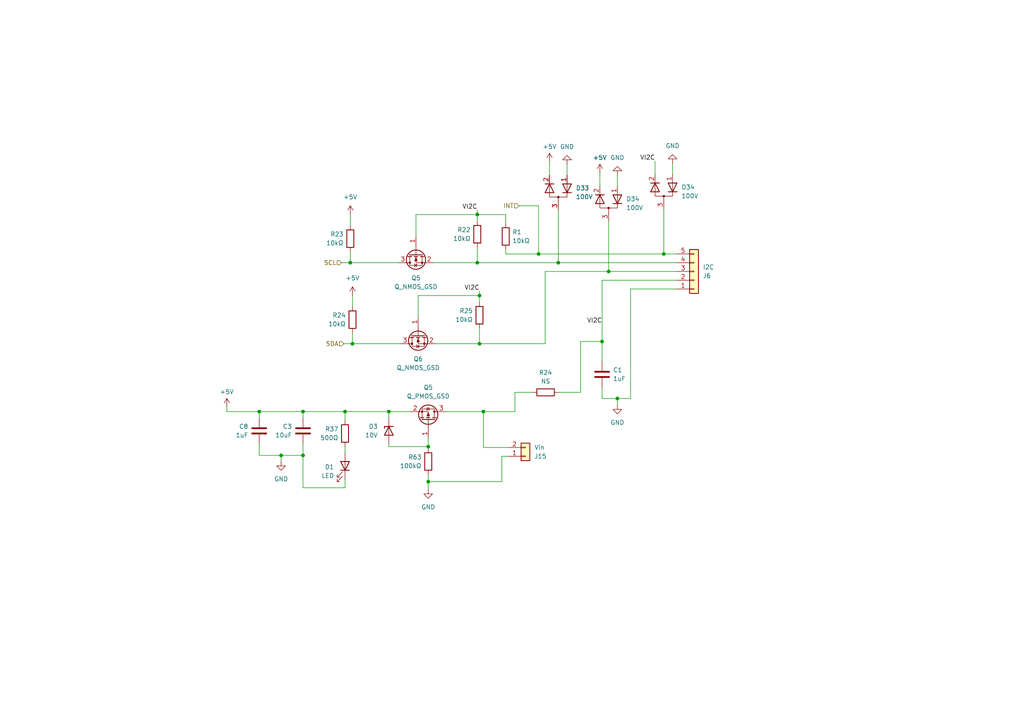
<source format=kicad_sch>
(kicad_sch (version 20230121) (generator eeschema)
  (paper "A4")
  (lib_symbols
    (symbol "Connector_Generic:Conn_01x02" (pin_names (offset 1.016) hide)
      (property "Reference" "J" (at 0 2.54 0))
      (property "Value" "Conn_01x02" (at 0 -5.08 0))
      (symbol "Conn_01x02_1_1"
        (rectangle (start -1.27 -2.413) (end 0 -2.667) (stroke (width 0.1524)))
        (rectangle (start -1.27 0.127) (end 0 -0.127) (stroke (width 0.1524)))
        (rectangle (start -1.27 1.27) (end 1.27 -3.81) (stroke (width 0.254)) (fill (type background)))
        (pin passive line (at -5.08 0 0) (length 3.81) (name "Pin_1") (number "1"))
        (pin passive line (at -5.08 -2.54 0) (length 3.81) (name "Pin_2") (number "2"))
      )
    )
    (symbol "Connector_Generic:Conn_01x05" (pin_names (offset 1.016) hide)
      (property "Reference" "J" (at 0 7.62 0))
      (property "Value" "Conn_01x05" (at 0 -7.62 0))
      (symbol "Conn_01x05_1_1"
        (rectangle (start -1.27 -4.953) (end 0 -5.207) (stroke (width 0.1524)))
        (rectangle (start -1.27 -2.413) (end 0 -2.667) (stroke (width 0.1524)))
        (rectangle (start -1.27 0.127) (end 0 -0.127) (stroke (width 0.1524)))
        (rectangle (start -1.27 2.667) (end 0 2.413) (stroke (width 0.1524)))
        (rectangle (start -1.27 5.207) (end 0 4.953) (stroke (width 0.1524)))
        (rectangle (start -1.27 6.35) (end 1.27 -6.35) (stroke (width 0.254)) (fill (type background)))
        (pin passive line (at -5.08 5.08 0) (length 3.81) (name "Pin_1") (number "1"))
        (pin passive line (at -5.08 2.54 0) (length 3.81) (name "Pin_2") (number "2"))
        (pin passive line (at -5.08 0 0) (length 3.81) (name "Pin_3") (number "3"))
        (pin passive line (at -5.08 -2.54 0) (length 3.81) (name "Pin_4") (number "4"))
        (pin passive line (at -5.08 -5.08 0) (length 3.81) (name "Pin_5") (number "5"))
      )
    )
    (symbol "Device:C" (pin_numbers hide) (pin_names (offset 0.254))
      (property "Reference" "C" (at 0.635 2.54 0))
      (property "Value" "C" (at 0.635 -2.54 0))
      (symbol "C_0_1"
        (polyline (pts (xy -2.032 -0.762) (xy 2.032 -0.762)) (stroke (width 0.508)))
        (polyline (pts (xy -2.032 0.762) (xy 2.032 0.762)) (stroke (width 0.508)))
      )
      (symbol "C_1_1"
        (pin passive line (at 0 3.81 270) (length 2.794) (name "~") (number "1"))
        (pin passive line (at 0 -3.81 90) (length 2.794) (name "~") (number "2"))
      )
    )
    (symbol "Device:D_Dual_Series_AKC_Parallel" (pin_names (offset 0.762) hide)
      (property "Reference" "D" (at 0 5.08 0))
      (property "Value" "D_Dual_Series_AKC_Parallel" (at 0 -5.08 0))
      (symbol "D_Dual_Series_AKC_Parallel_0_0"
        (polyline (pts (xy 0 -1.27) (xy 0 -3.81)) (stroke (width 0.254)))
        (polyline (pts (xy 2.54 3.81) (xy 2.54 1.27)) (stroke (width 0.254)))
      )
      (symbol "D_Dual_Series_AKC_Parallel_0_1"
        (circle (center -1.27 0) (radius 0.254) (fill (type outline)))
        (polyline (pts (xy -1.27 0) (xy -2.54 0)))
        (polyline (pts (xy 2.54 2.54) (xy -1.27 2.54) (xy -1.27 -2.54) (xy 2.54 -2.54)))
        (polyline (pts (xy 0 3.81) (xy 2.54 2.54) (xy 0 1.27) (xy 0 3.81) (xy 0 3.81) (xy 0 3.81)) (stroke (width 0.254)))
        (polyline (pts (xy 2.54 -1.27) (xy 0 -2.54) (xy 2.54 -3.81) (xy 2.54 -1.27) (xy 2.54 -1.27) (xy 2.54 -1.27)) (stroke (width 0.254)))
        (pin passive line (at 5.08 -2.54 180) (length 2.54) (name "K") (number "1"))
        (pin passive line (at 5.08 2.54 180) (length 2.54) (name "K") (number "2"))
        (pin passive line (at -5.08 0 0) (length 2.54) (name "A") (number "3"))
      )
    )
    (symbol "Device:D_Zener" (pin_numbers hide) (pin_names (offset 1.016) hide)
      (property "Reference" "D" (at 0 2.54 0))
      (property "Value" "D_Zener" (at 0 -2.54 0))
      (symbol "D_Zener_0_1"
        (polyline (pts (xy 1.27 0) (xy -1.27 0)))
        (polyline (pts (xy -1.27 -1.27) (xy -1.27 1.27) (xy -0.762 1.27)) (stroke (width 0.254)))
        (polyline (pts (xy 1.27 -1.27) (xy 1.27 1.27) (xy -1.27 0) (xy 1.27 -1.27)) (stroke (width 0.254)))
      )
      (symbol "D_Zener_1_1"
        (pin passive line (at -3.81 0 0) (length 2.54) (name "K") (number "1"))
        (pin passive line (at 3.81 0 180) (length 2.54) (name "A") (number "2"))
      )
    )
    (symbol "Device:LED" (pin_numbers hide) (pin_names (offset 1.016) hide)
      (property "Reference" "D" (at 0 2.54 0))
      (property "Value" "LED" (at 0 -2.54 0))
      (symbol "LED_0_1"
        (polyline (pts (xy -1.27 -1.27) (xy -1.27 1.27)) (stroke (width 0.254)))
        (polyline (pts (xy -1.27 0) (xy 1.27 0)))
        (polyline (pts (xy 1.27 -1.27) (xy 1.27 1.27) (xy -1.27 0) (xy 1.27 -1.27)) (stroke (width 0.254)))
        (polyline (pts (xy -3.048 -0.762) (xy -4.572 -2.286) (xy -3.81 -2.286) (xy -4.572 -2.286) (xy -4.572 -1.524)))
        (polyline (pts (xy -1.778 -0.762) (xy -3.302 -2.286) (xy -2.54 -2.286) (xy -3.302 -2.286) (xy -3.302 -1.524)))
      )
      (symbol "LED_1_1"
        (pin passive line (at -3.81 0 0) (length 2.54) (name "K") (number "1"))
        (pin passive line (at 3.81 0 180) (length 2.54) (name "A") (number "2"))
      )
    )
    (symbol "Device:Q_NMOS_GSD" (pin_names (offset 0) hide)
      (property "Reference" "Q" (at 5.08 1.27 0))
      (property "Value" "Q_NMOS_GSD" (at 5.08 -1.27 0))
      (symbol "Q_NMOS_GSD_0_1"
        (polyline (pts (xy 0.254 0) (xy -2.54 0)))
        (polyline (pts (xy 0.254 1.905) (xy 0.254 -1.905)) (stroke (width 0.254)))
        (polyline (pts (xy 0.762 -1.27) (xy 0.762 -2.286)) (stroke (width 0.254)))
        (polyline (pts (xy 0.762 0.508) (xy 0.762 -0.508)) (stroke (width 0.254)))
        (polyline (pts (xy 0.762 2.286) (xy 0.762 1.27)) (stroke (width 0.254)))
        (polyline (pts (xy 2.54 2.54) (xy 2.54 1.778)))
        (polyline (pts (xy 2.54 -2.54) (xy 2.54 0) (xy 0.762 0)))
        (polyline (pts (xy 0.762 -1.778) (xy 3.302 -1.778) (xy 3.302 1.778) (xy 0.762 1.778)))
        (polyline (pts (xy 1.016 0) (xy 2.032 0.381) (xy 2.032 -0.381) (xy 1.016 0)) (fill (type outline)))
        (polyline (pts (xy 2.794 0.508) (xy 2.921 0.381) (xy 3.683 0.381) (xy 3.81 0.254)))
        (polyline (pts (xy 3.302 0.381) (xy 2.921 -0.254) (xy 3.683 -0.254) (xy 3.302 0.381)))
        (circle (center 1.651 0) (radius 2.794) (stroke (width 0.254)))
        (circle (center 2.54 -1.778) (radius 0.254) (fill (type outline)))
        (circle (center 2.54 1.778) (radius 0.254) (fill (type outline)))
      )
      (symbol "Q_NMOS_GSD_1_1"
        (pin input line (at -5.08 0 0) (length 2.54) (name "G") (number "1"))
        (pin passive line (at 2.54 -5.08 90) (length 2.54) (name "S") (number "2"))
        (pin passive line (at 2.54 5.08 270) (length 2.54) (name "D") (number "3"))
      )
    )
    (symbol "Device:Q_PMOS_GSD" (pin_names (offset 0) hide)
      (property "Reference" "Q" (at 5.08 1.27 0))
      (property "Value" "Q_PMOS_GSD" (at 5.08 -1.27 0))
      (symbol "Q_PMOS_GSD_0_1"
        (polyline (pts (xy 0.254 0) (xy -2.54 0)))
        (polyline (pts (xy 0.254 1.905) (xy 0.254 -1.905)) (stroke (width 0.254)))
        (polyline (pts (xy 0.762 -1.27) (xy 0.762 -2.286)) (stroke (width 0.254)))
        (polyline (pts (xy 0.762 0.508) (xy 0.762 -0.508)) (stroke (width 0.254)))
        (polyline (pts (xy 0.762 2.286) (xy 0.762 1.27)) (stroke (width 0.254)))
        (polyline (pts (xy 2.54 2.54) (xy 2.54 1.778)))
        (polyline (pts (xy 2.54 -2.54) (xy 2.54 0) (xy 0.762 0)))
        (polyline (pts (xy 0.762 1.778) (xy 3.302 1.778) (xy 3.302 -1.778) (xy 0.762 -1.778)))
        (polyline (pts (xy 2.286 0) (xy 1.27 0.381) (xy 1.27 -0.381) (xy 2.286 0)) (fill (type outline)))
        (polyline (pts (xy 2.794 -0.508) (xy 2.921 -0.381) (xy 3.683 -0.381) (xy 3.81 -0.254)))
        (polyline (pts (xy 3.302 -0.381) (xy 2.921 0.254) (xy 3.683 0.254) (xy 3.302 -0.381)))
        (circle (center 1.651 0) (radius 2.794) (stroke (width 0.254)))
        (circle (center 2.54 -1.778) (radius 0.254) (fill (type outline)))
        (circle (center 2.54 1.778) (radius 0.254) (fill (type outline)))
      )
      (symbol "Q_PMOS_GSD_1_1"
        (pin input line (at -5.08 0 0) (length 2.54) (name "G") (number "1"))
        (pin passive line (at 2.54 -5.08 90) (length 2.54) (name "S") (number "2"))
        (pin passive line (at 2.54 5.08 270) (length 2.54) (name "D") (number "3"))
      )
    )
    (symbol "Device:R" (pin_numbers hide) (pin_names (offset 0))
      (property "Reference" "R" (at 2.032 0 90))
      (property "Value" "R" (at 0 0 90))
      (symbol "R_0_1"
        (rectangle (start -1.016 -2.54) (end 1.016 2.54) (stroke (width 0.254)))
      )
      (symbol "R_1_1"
        (pin passive line (at 0 3.81 270) (length 1.27) (name "~") (number "1"))
        (pin passive line (at 0 -3.81 90) (length 1.27) (name "~") (number "2"))
      )
    )
    (symbol "power:+5V" (power) (pin_names (offset 0))
      (property "Value" "+5V" (at 0 3.556 0))
      (symbol "+5V_0_1"
        (polyline (pts (xy -0.762 1.27) (xy 0 2.54)))
        (polyline (pts (xy 0 0) (xy 0 2.54)))
        (polyline (pts (xy 0 2.54) (xy 0.762 1.27)))
      )
      (symbol "+5V_1_1"
        (pin power_in line (at 0 0 90) (length 0) hide (name "+5V") (number "1"))
      )
    )
    (symbol "power:GND" (power) (pin_names (offset 0))
      (property "Value" "GND" (at 0 -3.81 0))
      (symbol "GND_0_1"
        (polyline (pts (xy 0 0) (xy 0 -1.27) (xy 1.27 -1.27) (xy 0 -2.54) (xy -1.27 -1.27) (xy 0 -1.27)))
      )
      (symbol "GND_1_1"
        (pin power_in line (at 0 0 270) (length 0) hide (name "GND") (number "1"))
      )
    )
  )
  (junction (at 138.43 62.23))
  (junction (at 139.065 85.725))
  (junction (at 139.065 99.695))
  (junction (at 75.184 119.38))
  (junction (at 174.625 99.06))
  (junction (at 100.076 119.38))
  (junction (at 124.206 139.7))
  (junction (at 179.07 115.57))
  (junction (at 112.776 119.38))
  (junction (at 176.53 78.74))
  (junction (at 124.206 129.54))
  (junction (at 87.884 132.08))
  (junction (at 192.532 73.66))
  (junction (at 140.208 119.38))
  (junction (at 156.21 73.66))
  (junction (at 161.925 76.2))
  (junction (at 102.235 99.695))
  (junction (at 87.884 119.38))
  (junction (at 81.534 132.08))
  (junction (at 101.6 76.2))
  (junction (at 138.43 76.2))
  (wire (pts (xy 138.43 71.755) (xy 138.43 76.2)))
  (wire (pts (xy 124.206 129.54) (xy 124.206 130.048)))
  (wire (pts (xy 189.992 46.736) (xy 189.992 50.546)))
  (wire (pts (xy 65.786 118.11) (xy 65.786 119.38)))
  (wire (pts (xy 101.6 73.025) (xy 101.6 76.2)))
  (wire (pts (xy 196.215 78.74) (xy 176.53 78.74)))
  (wire (pts (xy 161.925 76.2) (xy 196.215 76.2)))
  (wire (pts (xy 195.072 47.371) (xy 195.072 50.546)))
  (wire (pts (xy 139.065 99.695) (xy 126.365 99.695)))
  (wire (pts (xy 182.88 115.57) (xy 179.07 115.57)))
  (wire (pts (xy 116.205 99.695) (xy 102.235 99.695)))
  (wire (pts (xy 146.685 73.66) (xy 156.21 73.66)))
  (wire (pts (xy 156.21 59.69) (xy 156.21 73.66)))
  (wire (pts (xy 158.115 78.74) (xy 158.115 99.695)))
  (wire (pts (xy 124.206 127) (xy 124.206 129.54)))
  (wire (pts (xy 139.065 84.455) (xy 139.065 85.725)))
  (wire (pts (xy 112.776 128.778) (xy 112.776 129.54)))
  (wire (pts (xy 81.534 132.08) (xy 75.184 132.08)))
  (wire (pts (xy 138.43 60.96) (xy 138.43 62.23)))
  (wire (pts (xy 146.685 72.39) (xy 146.685 73.66)))
  (wire (pts (xy 100.076 141.478) (xy 87.884 141.478)))
  (wire (pts (xy 158.115 78.74) (xy 176.53 78.74)))
  (wire (pts (xy 75.184 119.38) (xy 87.884 119.38)))
  (wire (pts (xy 87.884 128.778) (xy 87.884 132.08)))
  (wire (pts (xy 139.065 85.725) (xy 139.065 87.63)))
  (wire (pts (xy 87.884 141.478) (xy 87.884 132.08)))
  (wire (pts (xy 145.542 139.7) (xy 145.542 132.334)))
  (wire (pts (xy 179.07 115.57) (xy 179.07 117.475)))
  (wire (pts (xy 161.925 76.2) (xy 161.925 60.96)))
  (wire (pts (xy 121.285 92.075) (xy 121.285 85.725)))
  (wire (pts (xy 100.076 119.38) (xy 87.884 119.38)))
  (wire (pts (xy 138.43 62.23) (xy 146.685 62.23)))
  (wire (pts (xy 179.07 50.8) (xy 179.07 53.975)))
  (wire (pts (xy 75.184 132.08) (xy 75.184 128.778)))
  (wire (pts (xy 147.32 129.794) (xy 140.208 129.794)))
  (wire (pts (xy 162.052 113.792) (xy 168.402 113.792)))
  (wire (pts (xy 124.206 139.7) (xy 124.206 141.986)))
  (wire (pts (xy 168.402 99.06) (xy 174.625 99.06)))
  (wire (pts (xy 138.43 62.23) (xy 138.43 64.135)))
  (wire (pts (xy 112.776 119.38) (xy 112.776 121.158)))
  (wire (pts (xy 168.402 113.792) (xy 168.402 99.06)))
  (wire (pts (xy 99.695 99.695) (xy 102.235 99.695)))
  (wire (pts (xy 149.352 113.792) (xy 154.432 113.792)))
  (wire (pts (xy 179.07 115.57) (xy 174.625 115.57)))
  (wire (pts (xy 115.57 76.2) (xy 101.6 76.2)))
  (wire (pts (xy 149.352 119.38) (xy 149.352 113.792)))
  (wire (pts (xy 102.235 96.52) (xy 102.235 99.695)))
  (wire (pts (xy 173.99 50.165) (xy 173.99 53.975)))
  (wire (pts (xy 120.65 68.58) (xy 120.65 62.23)))
  (wire (pts (xy 102.235 85.725) (xy 102.235 88.9)))
  (wire (pts (xy 196.215 83.82) (xy 182.88 83.82)))
  (wire (pts (xy 139.065 95.25) (xy 139.065 99.695)))
  (wire (pts (xy 146.685 62.23) (xy 146.685 64.77)))
  (wire (pts (xy 174.625 81.28) (xy 174.625 99.06)))
  (wire (pts (xy 119.126 119.38) (xy 112.776 119.38)))
  (wire (pts (xy 145.542 132.334) (xy 147.32 132.334)))
  (wire (pts (xy 140.208 119.38) (xy 149.352 119.38)))
  (wire (pts (xy 129.286 119.38) (xy 140.208 119.38)))
  (wire (pts (xy 124.206 129.54) (xy 112.776 129.54)))
  (wire (pts (xy 138.43 76.2) (xy 125.73 76.2)))
  (wire (pts (xy 100.076 129.54) (xy 100.076 131.318)))
  (wire (pts (xy 174.625 99.06) (xy 174.752 99.06)))
  (wire (pts (xy 81.534 132.08) (xy 81.534 133.858)))
  (wire (pts (xy 164.465 47.625) (xy 164.465 50.8)))
  (wire (pts (xy 182.88 83.82) (xy 182.88 115.57)))
  (wire (pts (xy 150.495 59.69) (xy 156.21 59.69)))
  (wire (pts (xy 159.385 46.99) (xy 159.385 50.8)))
  (wire (pts (xy 176.53 64.135) (xy 176.53 78.74)))
  (wire (pts (xy 100.076 119.38) (xy 100.076 121.92)))
  (wire (pts (xy 65.786 119.38) (xy 75.184 119.38)))
  (wire (pts (xy 124.206 139.7) (xy 145.542 139.7)))
  (wire (pts (xy 138.43 76.2) (xy 161.925 76.2)))
  (wire (pts (xy 100.076 138.938) (xy 100.076 141.478)))
  (wire (pts (xy 99.06 76.2) (xy 101.6 76.2)))
  (wire (pts (xy 124.206 137.668) (xy 124.206 139.7)))
  (wire (pts (xy 192.532 60.706) (xy 192.532 73.66)))
  (wire (pts (xy 121.285 85.725) (xy 139.065 85.725)))
  (wire (pts (xy 112.776 119.38) (xy 100.076 119.38)))
  (wire (pts (xy 174.625 81.28) (xy 196.215 81.28)))
  (wire (pts (xy 140.208 129.794) (xy 140.208 119.38)))
  (wire (pts (xy 101.6 62.23) (xy 101.6 65.405)))
  (wire (pts (xy 192.532 73.66) (xy 196.215 73.66)))
  (wire (pts (xy 174.625 99.06) (xy 174.625 104.775)))
  (wire (pts (xy 87.884 119.38) (xy 87.884 121.158)))
  (wire (pts (xy 75.184 119.38) (xy 75.184 121.158)))
  (wire (pts (xy 156.21 73.66) (xy 192.532 73.66)))
  (wire (pts (xy 174.625 115.57) (xy 174.625 112.395)))
  (wire (pts (xy 87.884 132.08) (xy 81.534 132.08)))
  (wire (pts (xy 139.065 99.695) (xy 158.115 99.695)))
  (wire (pts (xy 120.65 62.23) (xy 138.43 62.23)))
  (label "VI2C" (at 139.065 84.455 180))
  (label "VI2C" (at 138.43 60.96 180))
  (label "VI2C" (at 174.625 93.98 180))
  (label "VI2C" (at 189.992 46.736 180))
  (hierarchical_label "INT" (shape input) (at 150.495 59.69 180))
  (hierarchical_label "SCL" (shape input) (at 99.06 76.2 180))
  (hierarchical_label "SDA" (shape input) (at 99.695 99.695 180))
  (symbol (lib_id "Device:C") (at 174.625 108.585 0) (unit 1)
    (property "Reference" "C1" (at 177.8 107.315 0) (effects (justify left)))
    (property "Value" "1uF" (at 177.8 109.855 0) (effects (justify left)))
    (property "Footprint" "Capacitor_SMD:C_0805_2012Metric" (effects hide))
    (instances (project "PCF8574DIOI2C" (path "" (reference "C1") (unit 1)) (path "" (reference "C14") (unit 1))))
  )
  (symbol (lib_id "Device:R") (at 158.242 113.792 270) (mirror x) (unit 1)
    (property "Reference" "R24" (at 158.242 108.077 90))
    (property "Value" "NS" (at 158.242 110.617 90))
    (property "Footprint" "Resistor_SMD:R_0805_2012Metric" (effects hide))
    (instances (project "PCF8574DIOI2C" (path "" (reference "R24") (unit 1)) (path "" (reference "R44") (unit 1))))
  )
  (symbol (lib_id "power:+5V") (at 102.235 85.725 0) (mirror y) (unit 1)
    (property "Reference" "#PWR07" (effects hide))
    (property "Value" "+5V" (at 102.235 80.645 0))
    (instances (project "PCF8574DIOI2C" (path "" (reference "#PWR07") (unit 1)) (path "" (reference "#PWR052") (unit 1))))
  )
  (symbol (lib_id "Device:D_Zener") (at 112.776 124.968 90) (mirror x) (unit 1)
    (property "Reference" "D3" (at 109.601 123.698 90) (effects (justify left)))
    (property "Value" "10V" (at 109.601 126.238 90) (effects (justify left)))
    (property "Footprint" "Diode_SMD:D_SOD-123" (effects hide))
  )
  (symbol (lib_id "Device:R") (at 100.076 125.73 0) (mirror x) (unit 1)
    (property "Reference" "R37" (at 98.171 124.46 0) (effects (justify right)))
    (property "Value" "500Ω" (at 98.171 127 0) (effects (justify right)))
    (property "Footprint" "Resistor_SMD:R_0805_2012Metric" (effects hide))
    (instances (project "PCF8574DIOI2C" (path "" (reference "R37") (unit 1)) (path "" (reference "R17") (unit 1))))
  )
  (symbol (lib_id "Device:R") (at 146.685 68.58 180) (unit 1)
    (property "Reference" "R1" (at 148.59 67.31 0) (effects (justify right)))
    (property "Value" "10kΩ" (at 148.59 69.85 0) (effects (justify right)))
    (property "Footprint" "Resistor_SMD:R_0805_2012Metric" (effects hide))
    (instances (project "PCF8574DIOI2C" (path "" (reference "R1") (unit 1)) (path "" (reference "R43") (unit 1))))
  )
  (symbol (lib_id "Device:D_Dual_Series_AKC_Parallel") (at 192.532 55.626 90) (unit 1)
    (property "Reference" "D34" (at 197.612 54.2925 90) (effects (justify right)))
    (property "Value" "100V" (at 197.612 56.8325 90) (effects (justify right)))
    (property "Footprint" "Package_TO_SOT_SMD:SOT-23-3" (effects hide))
    (instances (project "PCF8574DIOI2C" (path "" (reference "D34") (unit 1)) (path "" (reference "D2") (unit 1))))
  )
  (symbol (lib_id "Device:Q_NMOS_GSD") (at 120.65 73.66 90) (mirror x) (unit 1)
    (property "Reference" "Q5" (at 120.65 80.645 90))
    (property "Value" "Q_NMOS_GSD" (at 120.65 83.185 90))
    (property "Footprint" "Package_TO_SOT_SMD:SOT-23" (effects hide))
    (instances (project "PCF8574DIOI2C" (path "" (reference "Q5") (unit 1)) (path "" (reference "Q1") (unit 1))))
  )
  (symbol (lib_id "Device:Q_PMOS_GSD") (at 124.206 121.92 270) (mirror x) (unit 1)
    (property "Reference" "Q5" (at 124.206 112.395 90))
    (property "Value" "Q_PMOS_GSD" (at 124.206 114.935 90))
    (property "Footprint" "Package_TO_SOT_SMD:SOT-23" (effects hide))
  )
  (symbol (lib_id "Device:R") (at 124.206 133.858 0) (mirror x) (unit 1)
    (property "Reference" "R63" (at 122.301 132.588 0) (effects (justify right)))
    (property "Value" "100kΩ" (at 122.301 135.128 0) (effects (justify right)))
    (property "Footprint" "Resistor_SMD:R_0805_2012Metric" (effects hide))
    (instances (project "PCF8574DIOI2C" (path "" (reference "R63") (unit 1)) (path "" (reference "R15") (unit 1))))
  )
  (symbol (lib_id "power:+5V") (at 65.786 118.11 0) (mirror y) (unit 1)
    (property "Reference" "#PWR038" (effects hide))
    (property "Value" "+5V" (at 65.786 113.665 0))
  )
  (symbol (lib_id "power:+5V") (at 159.385 46.99 0) (unit 1)
    (property "Reference" "#PWR09" (effects hide))
    (property "Value" "+5V" (at 159.385 42.545 0))
    (instances (project "PCF8574DIOI2C" (path "" (reference "#PWR09") (unit 1)) (path "" (reference "#PWR054") (unit 1))))
  )
  (symbol (lib_id "Device:R") (at 101.6 69.215 0) (mirror x) (unit 1)
    (property "Reference" "R23" (at 99.695 67.945 0) (effects (justify right)))
    (property "Value" "10kΩ" (at 99.695 70.485 0) (effects (justify right)))
    (property "Footprint" "Resistor_SMD:R_0805_2012Metric" (effects hide))
    (instances (project "PCF8574DIOI2C" (path "" (reference "R23") (unit 1)) (path "" (reference "R39") (unit 1))))
  )
  (symbol (lib_id "Device:C") (at 75.184 124.968 0) (mirror y) (unit 1)
    (property "Reference" "C8" (at 72.009 123.698 0) (effects (justify left)))
    (property "Value" "1uF" (at 72.009 126.238 0) (effects (justify left)))
    (property "Footprint" "Capacitor_SMD:C_0805_2012Metric" (effects hide))
  )
  (symbol (lib_id "Device:R") (at 102.235 92.71 0) (mirror x) (unit 1)
    (property "Reference" "R24" (at 100.33 91.44 0) (effects (justify right)))
    (property "Value" "10kΩ" (at 100.33 93.98 0) (effects (justify right)))
    (property "Footprint" "Resistor_SMD:R_0805_2012Metric" (effects hide))
    (instances (project "PCF8574DIOI2C" (path "" (reference "R24") (unit 1)) (path "" (reference "R40") (unit 1))))
  )
  (symbol (lib_id "Device:D_Dual_Series_AKC_Parallel") (at 161.925 55.88 90) (unit 1)
    (property "Reference" "D33" (at 167.005 54.5465 90) (effects (justify right)))
    (property "Value" "100V" (at 167.005 57.0865 90) (effects (justify right)))
    (property "Footprint" "Package_TO_SOT_SMD:SOT-23-3" (effects hide))
    (instances (project "PCF8574DIOI2C" (path "" (reference "D33") (unit 1)) (path "" (reference "D17") (unit 1))))
  )
  (symbol (lib_id "Device:LED") (at 100.076 135.128 270) (mirror x) (unit 1)
    (property "Reference" "D1" (at 96.901 135.4455 90) (effects (justify right)))
    (property "Value" "LED" (at 96.901 137.9855 90) (effects (justify right)))
    (property "Footprint" "LED_SMD:LED_0805_2012Metric" (effects hide))
    (instances (project "PCF8574DIOI2C" (path "" (reference "D1") (unit 1)) (path "" (reference "D5") (unit 1))))
  )
  (symbol (lib_id "Device:C") (at 87.884 124.968 0) (mirror y) (unit 1)
    (property "Reference" "C3" (at 84.709 123.698 0) (effects (justify left)))
    (property "Value" "10uF" (at 84.709 126.238 0) (effects (justify left)))
    (property "Footprint" "Capacitor_SMD:C_0805_2012Metric" (effects hide))
  )
  (symbol (lib_id "power:GND") (at 195.072 47.371 180) (unit 1)
    (property "Reference" "#PWR012" (effects hide))
    (property "Value" "GND" (at 195.072 42.291 0))
    (instances (project "PCF8574DIOI2C" (path "" (reference "#PWR012") (unit 1)) (path "" (reference "#PWR035") (unit 1))))
  )
  (symbol (lib_id "Connector_Generic:Conn_01x05") (at 201.295 78.74 0) (mirror x) (unit 1)
    (property "Reference" "J6" (at 203.835 80.01 0) (effects (justify left)))
    (property "Value" "I2C" (at 203.835 77.47 0) (effects (justify left)))
    (property "Footprint" "Connector_PinHeader_2.54mm:PinHeader_1x05_P2.54mm_Vertical" (effects hide))
    (instances (project "PCF8574DIOI2C" (path "" (reference "J6") (unit 1)) (path "" (reference "J9") (unit 1))))
  )
  (symbol (lib_id "Device:R") (at 139.065 91.44 0) (mirror x) (unit 1)
    (property "Reference" "R25" (at 137.16 90.17 0) (effects (justify right)))
    (property "Value" "10kΩ" (at 137.16 92.71 0) (effects (justify right)))
    (property "Footprint" "Resistor_SMD:R_0805_2012Metric" (effects hide))
    (instances (project "PCF8574DIOI2C" (path "" (reference "R25") (unit 1)) (path "" (reference "R42") (unit 1))))
  )
  (symbol (lib_id "power:GND") (at 81.534 133.858 0) (mirror y) (unit 1)
    (property "Reference" "#PWR034" (effects hide))
    (property "Value" "GND" (at 81.534 138.938 0))
  )
  (symbol (lib_id "Device:D_Dual_Series_AKC_Parallel") (at 176.53 59.055 90) (unit 1)
    (property "Reference" "D34" (at 181.61 57.7215 90) (effects (justify right)))
    (property "Value" "100V" (at 181.61 60.2615 90) (effects (justify right)))
    (property "Footprint" "Package_TO_SOT_SMD:SOT-23-3" (effects hide))
    (instances (project "PCF8574DIOI2C" (path "" (reference "D34") (unit 1)) (path "" (reference "D18") (unit 1))))
  )
  (symbol (lib_id "power:GND") (at 179.07 50.8 180) (unit 1)
    (property "Reference" "#PWR012" (effects hide))
    (property "Value" "GND" (at 179.07 45.72 0))
    (instances (project "PCF8574DIOI2C" (path "" (reference "#PWR012") (unit 1)) (path "" (reference "#PWR057") (unit 1))))
  )
  (symbol (lib_id "power:GND") (at 179.07 117.475 0) (unit 1)
    (property "Reference" "#PWR0136" (effects hide))
    (property "Value" "GND" (at 179.07 122.555 0))
    (instances (project "PCF8574DIOI2C" (path "" (reference "#PWR0136") (unit 1)) (path "" (reference "#PWR058") (unit 1))))
  )
  (symbol (lib_id "power:GND") (at 164.465 47.625 180) (unit 1)
    (property "Reference" "#PWR010" (effects hide))
    (property "Value" "GND" (at 164.465 42.545 0))
    (instances (project "PCF8574DIOI2C" (path "" (reference "#PWR010") (unit 1)) (path "" (reference "#PWR055") (unit 1))))
  )
  (symbol (lib_id "Connector_Generic:Conn_01x02") (at 152.4 132.334 0) (mirror x) (unit 1)
    (property "Reference" "J15" (at 154.94 132.334 0) (effects (justify left)))
    (property "Value" "Vin" (at 154.94 129.794 0) (effects (justify left)))
    (property "Footprint" "TerminalBlock:TerminalBlock_bornier-2_P5.08mm" (effects hide))
  )
  (symbol (lib_id "Device:Q_NMOS_GSD") (at 121.285 97.155 90) (mirror x) (unit 1)
    (property "Reference" "Q6" (at 121.285 104.14 90))
    (property "Value" "Q_NMOS_GSD" (at 121.285 106.68 90))
    (property "Footprint" "Package_TO_SOT_SMD:SOT-23" (effects hide))
    (instances (project "PCF8574DIOI2C" (path "" (reference "Q6") (unit 1)) (path "" (reference "Q2") (unit 1))))
  )
  (symbol (lib_id "power:+5V") (at 101.6 62.23 0) (mirror y) (unit 1)
    (property "Reference" "#PWR075" (effects hide))
    (property "Value" "+5V" (at 101.6 57.15 0))
    (instances (project "PCF8574DIOI2C" (path "" (reference "#PWR075") (unit 1)) (path "" (reference "#PWR051") (unit 1))))
  )
  (symbol (lib_id "power:GND") (at 124.206 141.986 0) (mirror y) (unit 1)
    (property "Reference" "#PWR018" (effects hide))
    (property "Value" "GND" (at 124.206 147.066 0))
  )
  (symbol (lib_id "Device:R") (at 138.43 67.945 0) (mirror x) (unit 1)
    (property "Reference" "R22" (at 136.525 66.675 0) (effects (justify right)))
    (property "Value" "10kΩ" (at 136.525 69.215 0) (effects (justify right)))
    (property "Footprint" "Resistor_SMD:R_0805_2012Metric" (effects hide))
    (instances (project "PCF8574DIOI2C" (path "" (reference "R22") (unit 1)) (path "" (reference "R41") (unit 1))))
  )
  (symbol (lib_id "power:+5V") (at 173.99 50.165 0) (unit 1)
    (property "Reference" "#PWR011" (effects hide))
    (property "Value" "+5V" (at 173.99 45.72 0))
    (instances (project "PCF8574DIOI2C" (path "" (reference "#PWR011") (unit 1)) (path "" (reference "#PWR056") (unit 1))))
  )
)
</source>
